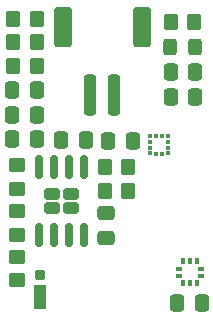
<source format=gbr>
%TF.GenerationSoftware,KiCad,Pcbnew,8.0.4*%
%TF.CreationDate,2025-01-29T23:36:48-05:00*%
%TF.ProjectId,Raidillon,52616964-696c-46c6-9f6e-2e6b69636164,rev?*%
%TF.SameCoordinates,Original*%
%TF.FileFunction,Paste,Bot*%
%TF.FilePolarity,Positive*%
%FSLAX46Y46*%
G04 Gerber Fmt 4.6, Leading zero omitted, Abs format (unit mm)*
G04 Created by KiCad (PCBNEW 8.0.4) date 2025-01-29 23:36:48*
%MOMM*%
%LPD*%
G01*
G04 APERTURE LIST*
G04 Aperture macros list*
%AMRoundRect*
0 Rectangle with rounded corners*
0 $1 Rounding radius*
0 $2 $3 $4 $5 $6 $7 $8 $9 X,Y pos of 4 corners*
0 Add a 4 corners polygon primitive as box body*
4,1,4,$2,$3,$4,$5,$6,$7,$8,$9,$2,$3,0*
0 Add four circle primitives for the rounded corners*
1,1,$1+$1,$2,$3*
1,1,$1+$1,$4,$5*
1,1,$1+$1,$6,$7*
1,1,$1+$1,$8,$9*
0 Add four rect primitives between the rounded corners*
20,1,$1+$1,$2,$3,$4,$5,0*
20,1,$1+$1,$4,$5,$6,$7,0*
20,1,$1+$1,$6,$7,$8,$9,0*
20,1,$1+$1,$8,$9,$2,$3,0*%
G04 Aperture macros list end*
%ADD10RoundRect,0.250000X-0.350000X-0.450000X0.350000X-0.450000X0.350000X0.450000X-0.350000X0.450000X0*%
%ADD11RoundRect,0.250000X-0.337500X-0.475000X0.337500X-0.475000X0.337500X0.475000X-0.337500X0.475000X0*%
%ADD12RoundRect,0.110000X0.440000X-0.890000X0.440000X0.890000X-0.440000X0.890000X-0.440000X-0.890000X0*%
%ADD13RoundRect,0.080000X0.320000X-0.320000X0.320000X0.320000X-0.320000X0.320000X-0.320000X-0.320000X0*%
%ADD14RoundRect,0.250000X0.337500X0.475000X-0.337500X0.475000X-0.337500X-0.475000X0.337500X-0.475000X0*%
%ADD15RoundRect,0.250000X0.350000X0.450000X-0.350000X0.450000X-0.350000X-0.450000X0.350000X-0.450000X0*%
%ADD16RoundRect,0.250000X0.475000X-0.337500X0.475000X0.337500X-0.475000X0.337500X-0.475000X-0.337500X0*%
%ADD17RoundRect,0.250000X0.325000X0.450000X-0.325000X0.450000X-0.325000X-0.450000X0.325000X-0.450000X0*%
%ADD18RoundRect,0.250000X0.450000X-0.350000X0.450000X0.350000X-0.450000X0.350000X-0.450000X-0.350000X0*%
%ADD19RoundRect,0.250000X-0.450000X0.350000X-0.450000X-0.350000X0.450000X-0.350000X0.450000X0.350000X0*%
%ADD20RoundRect,0.250000X-0.250000X-1.500000X0.250000X-1.500000X0.250000X1.500000X-0.250000X1.500000X0*%
%ADD21RoundRect,0.250001X-0.499999X-1.449999X0.499999X-1.449999X0.499999X1.449999X-0.499999X1.449999X0*%
%ADD22RoundRect,0.100000X-0.175000X-0.100000X0.175000X-0.100000X0.175000X0.100000X-0.175000X0.100000X0*%
%ADD23RoundRect,0.100000X-0.100000X-0.175000X0.100000X-0.175000X0.100000X0.175000X-0.100000X0.175000X0*%
%ADD24R,0.375000X0.350000*%
%ADD25R,0.350000X0.375000*%
%ADD26RoundRect,0.242500X-0.422500X0.242500X-0.422500X-0.242500X0.422500X-0.242500X0.422500X0.242500X0*%
%ADD27RoundRect,0.150000X-0.150000X0.825000X-0.150000X-0.825000X0.150000X-0.825000X0.150000X0.825000X0*%
G04 APERTURE END LIST*
D10*
%TO.C,R8*%
X102850000Y-103400000D03*
X104850000Y-103400000D03*
%TD*%
D11*
%TO.C,C1*%
X116212500Y-108060000D03*
X118287500Y-108060000D03*
%TD*%
D10*
%TO.C,R7*%
X102850000Y-105400000D03*
X104850000Y-105400000D03*
%TD*%
D11*
%TO.C,C9*%
X116742500Y-125450000D03*
X118817500Y-125450000D03*
%TD*%
D12*
%TO.C,D1*%
X105150000Y-124980000D03*
D13*
X105150000Y-123080000D03*
%TD*%
D14*
%TO.C,C10*%
X112987500Y-111750000D03*
X110912500Y-111750000D03*
%TD*%
D15*
%TO.C,R1*%
X118200000Y-101700000D03*
X116200000Y-101700000D03*
%TD*%
D16*
%TO.C,C8*%
X110750000Y-119937500D03*
X110750000Y-117862500D03*
%TD*%
D14*
%TO.C,C4*%
X104842976Y-109546000D03*
X102767976Y-109546000D03*
%TD*%
%TO.C,C5*%
X104837500Y-111600000D03*
X102762500Y-111600000D03*
%TD*%
D17*
%TO.C,D2*%
X118225000Y-103750000D03*
X116175000Y-103750000D03*
%TD*%
D14*
%TO.C,C3*%
X104837500Y-107450000D03*
X102762500Y-107450000D03*
%TD*%
D10*
%TO.C,R5*%
X110600000Y-113950000D03*
X112600000Y-113950000D03*
%TD*%
D11*
%TO.C,C2*%
X116212500Y-105900000D03*
X118287500Y-105900000D03*
%TD*%
D10*
%TO.C,R9*%
X102850000Y-101400000D03*
X104850000Y-101400000D03*
%TD*%
D18*
%TO.C,R2*%
X103200000Y-119700000D03*
X103200000Y-117700000D03*
%TD*%
D19*
%TO.C,R6*%
X103200000Y-121550000D03*
X103200000Y-123550000D03*
%TD*%
D20*
%TO.C,J1*%
X109400000Y-107850000D03*
X111400000Y-107850000D03*
D21*
X107050000Y-102100000D03*
X113750000Y-102100000D03*
%TD*%
D22*
%TO.C,U2*%
X116925000Y-123150000D03*
X116925000Y-122550000D03*
D23*
X117250000Y-121925000D03*
X117850000Y-121925000D03*
X118450000Y-121925000D03*
D22*
X118775000Y-122550000D03*
X118775000Y-123150000D03*
D23*
X118450000Y-123775000D03*
X117850000Y-123775000D03*
X117250000Y-123775000D03*
%TD*%
D24*
%TO.C,U3*%
X115962500Y-111300000D03*
X115962500Y-111800000D03*
X115962500Y-112300000D03*
X115962500Y-112800000D03*
D25*
X115450000Y-112812500D03*
X114950000Y-112812500D03*
D24*
X114437500Y-112800000D03*
X114437500Y-112300000D03*
X114437500Y-111800000D03*
X114437500Y-111300000D03*
D25*
X114950000Y-111287500D03*
X115450000Y-111287500D03*
%TD*%
D26*
%TO.C,U4*%
X107775000Y-116200000D03*
X106125000Y-116200000D03*
X107775000Y-117400000D03*
X106125000Y-117400000D03*
D27*
X105045000Y-113925000D03*
X106315000Y-113925000D03*
X107585000Y-113925000D03*
X108855000Y-113925000D03*
X108855000Y-119675000D03*
X107585000Y-119675000D03*
X106315000Y-119675000D03*
X105045000Y-119675000D03*
%TD*%
D14*
%TO.C,C6*%
X108987500Y-111700000D03*
X106912500Y-111700000D03*
%TD*%
D15*
%TO.C,R4*%
X112600000Y-115950000D03*
X110600000Y-115950000D03*
%TD*%
D18*
%TO.C,R3*%
X103200000Y-115800000D03*
X103200000Y-113800000D03*
%TD*%
M02*

</source>
